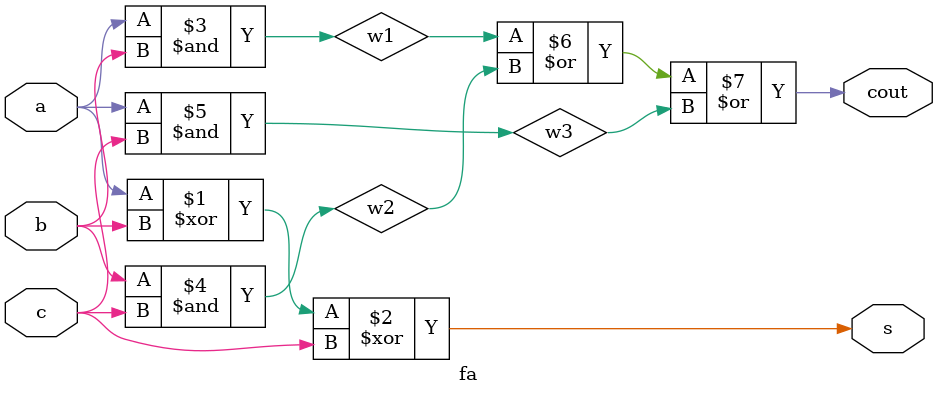
<source format=v>
`timescale 1ns / 1ps

//gate level
module fa(
input a, b, c,
output s, cout);
wire w1,w2,w3;
xor(s,a,b,c);
and(w1,a,b);
and(w2,b,c);
and(w3,a,c);
or(cout,w1,w2,w3);
endmodule

</source>
